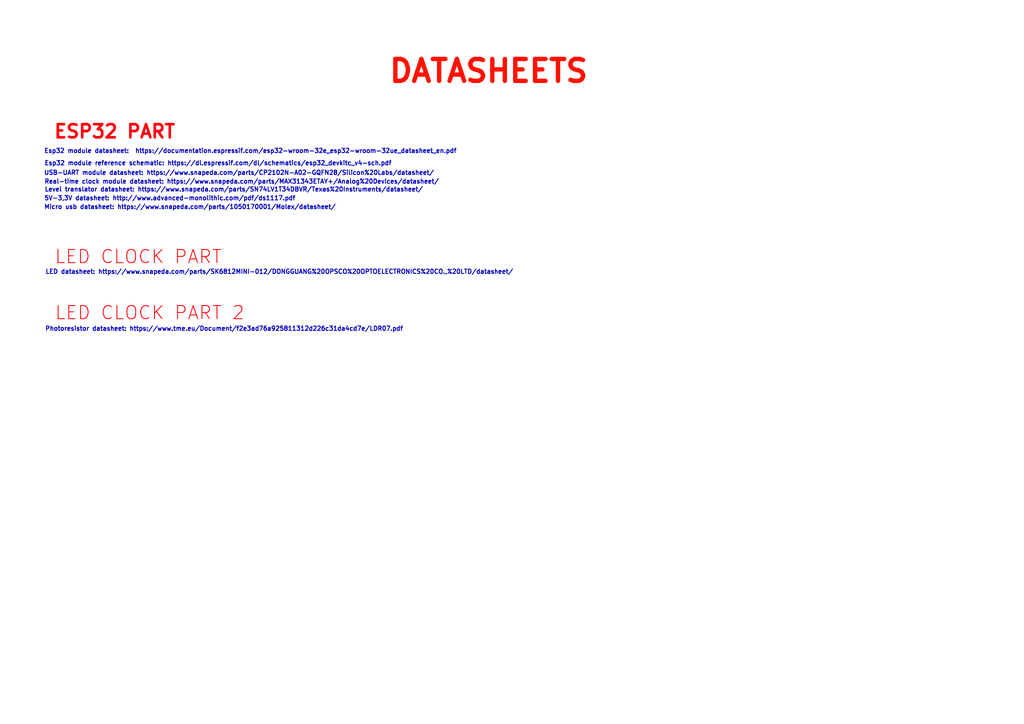
<source format=kicad_sch>
(kicad_sch
	(version 20250114)
	(generator "eeschema")
	(generator_version "9.0")
	(uuid "b15bce86-363a-428b-b202-2678db7702f4")
	(paper "A4")
	(lib_symbols)
	(text "Esp32 module datasheet:  https://documentation.espressif.com/esp32-wroom-32e_esp32-wroom-32ue_datasheet_en.pdf"
		(exclude_from_sim no)
		(at 72.644 43.942 0)
		(effects
			(font
				(size 1.27 1.27)
				(thickness 0.254)
				(bold yes)
			)
		)
		(uuid "0838fa9b-52a5-4eba-8818-76cf1d368e16")
	)
	(text "Photoresistor datasheet: https://www.tme.eu/Document/f2e3ad76a925811312d226c31da4cd7e/LDR07.pdf"
		(exclude_from_sim no)
		(at 65.024 95.504 0)
		(effects
			(font
				(size 1.27 1.27)
				(thickness 0.254)
				(bold yes)
			)
		)
		(uuid "08b4d3ce-edf7-402b-aa60-a8eaa15f2fbb")
	)
	(text "ESP32 PART"
		(exclude_from_sim no)
		(at 33.274 38.354 0)
		(effects
			(font
				(size 3.81 3.81)
				(thickness 0.762)
				(bold yes)
				(color 255 0 10 1)
			)
		)
		(uuid "12dea8b0-4ffe-403b-b9e7-7ac9fe6f650b")
	)
	(text "LED CLOCK PART"
		(exclude_from_sim no)
		(at 40.132 74.676 0)
		(effects
			(font
				(size 3.81 3.81)
				(thickness 0.254)
				(bold yes)
				(color 255 0 2 1)
			)
		)
		(uuid "31f782bc-9cb0-45d5-8fe1-f18e7ed9a8f2")
	)
	(text "USB-UART module datasheet: https://www.snapeda.com/parts/CP2102N-A02-GQFN28/Silicon%20Labs/datasheet/"
		(exclude_from_sim no)
		(at 69.342 50.292 0)
		(effects
			(font
				(size 1.27 1.27)
				(thickness 0.254)
				(bold yes)
			)
		)
		(uuid "3eb2ab16-b77d-423b-b0da-893a6eaba03a")
	)
	(text "Real-time clock module datasheet: https://www.snapeda.com/parts/MAX31343ETAY+/Analog%20Devices/datasheet/\n"
		(exclude_from_sim no)
		(at 70.104 52.832 0)
		(effects
			(font
				(size 1.27 1.27)
				(thickness 0.254)
				(bold yes)
			)
		)
		(uuid "4cd7be45-e1f8-4f62-90fa-786a1f1dacab")
	)
	(text "LED CLOCK PART 2"
		(exclude_from_sim no)
		(at 43.434 90.932 0)
		(effects
			(font
				(size 3.81 3.81)
				(thickness 0.254)
				(bold yes)
				(color 255 0 10 1)
			)
		)
		(uuid "9541adef-20f4-435c-afe3-5758c7c7f94b")
	)
	(text "5V-3,3V datasheet: http://www.advanced-monolithic.com/pdf/ds1117.pdf"
		(exclude_from_sim no)
		(at 49.276 57.658 0)
		(effects
			(font
				(size 1.27 1.27)
				(thickness 0.254)
				(bold yes)
			)
		)
		(uuid "a4021bfb-0420-4ee3-8743-9d59d74178fe")
	)
	(text "Level translator datasheet: https://www.snapeda.com/parts/SN74LV1T34DBVR/Texas%20Instruments/datasheet/"
		(exclude_from_sim no)
		(at 67.818 55.118 0)
		(effects
			(font
				(size 1.27 1.27)
				(thickness 0.254)
				(bold yes)
			)
		)
		(uuid "b0048b62-a0e5-4669-847b-440397d6c271")
	)
	(text "Micro usb datasheet: https://www.snapeda.com/parts/1050170001/Molex/datasheet/"
		(exclude_from_sim no)
		(at 55.118 60.198 0)
		(effects
			(font
				(size 1.27 1.27)
				(thickness 0.254)
				(bold yes)
			)
		)
		(uuid "b29c9f95-ad04-441d-91f3-5e292574ed7f")
	)
	(text "Esp32 module reference schematic: https://dl.espressif.com/dl/schematics/esp32_devkitc_v4-sch.pdf"
		(exclude_from_sim no)
		(at 63.246 47.498 0)
		(effects
			(font
				(size 1.27 1.27)
				(thickness 0.254)
				(bold yes)
			)
		)
		(uuid "cae6d911-c0be-40d0-81c1-239b7296302c")
	)
	(text "DATASHEETS"
		(exclude_from_sim no)
		(at 141.732 20.828 0)
		(effects
			(font
				(size 6.35 6.35)
				(thickness 1.27)
				(bold yes)
				(color 255 15 0 1)
			)
		)
		(uuid "da312798-2bfd-44c2-bd7b-3d2c37769e54")
	)
	(text "LED datasheet: https://www.snapeda.com/parts/SK6812MINI-012/DONGGUANG%20OPSCO%20OPTOELECTRONICS%20CO.,%20LTD/datasheet/"
		(exclude_from_sim no)
		(at 81.026 78.994 0)
		(effects
			(font
				(size 1.27 1.27)
				(thickness 0.254)
				(bold yes)
			)
		)
		(uuid "dc44f828-567c-4822-b817-7a4d2f20c2c5")
	)
)

</source>
